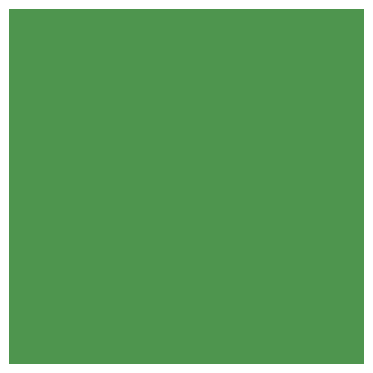
<source format=gbs>
G04 #@! TF.GenerationSoftware,KiCad,Pcbnew,(5.1.5-0)*
G04 #@! TF.CreationDate,2020-06-12T16:42:37+02:00*
G04 #@! TF.ProjectId,cible,6369626c-652e-46b6-9963-61645f706362,rev?*
G04 #@! TF.SameCoordinates,Original*
G04 #@! TF.FileFunction,Soldermask,Bot*
G04 #@! TF.FilePolarity,Negative*
%FSLAX46Y46*%
G04 Gerber Fmt 4.6, Leading zero omitted, Abs format (unit mm)*
G04 Created by KiCad (PCBNEW (5.1.5-0)) date 2020-06-12 16:42:37*
%MOMM*%
%LPD*%
G04 APERTURE LIST*
%ADD10C,0.100000*%
G04 APERTURE END LIST*
D10*
G36*
X141000000Y-101000000D02*
G01*
X111000000Y-101000000D01*
X111000000Y-71000000D01*
X141000000Y-71000000D01*
X141000000Y-101000000D01*
G37*
M02*

</source>
